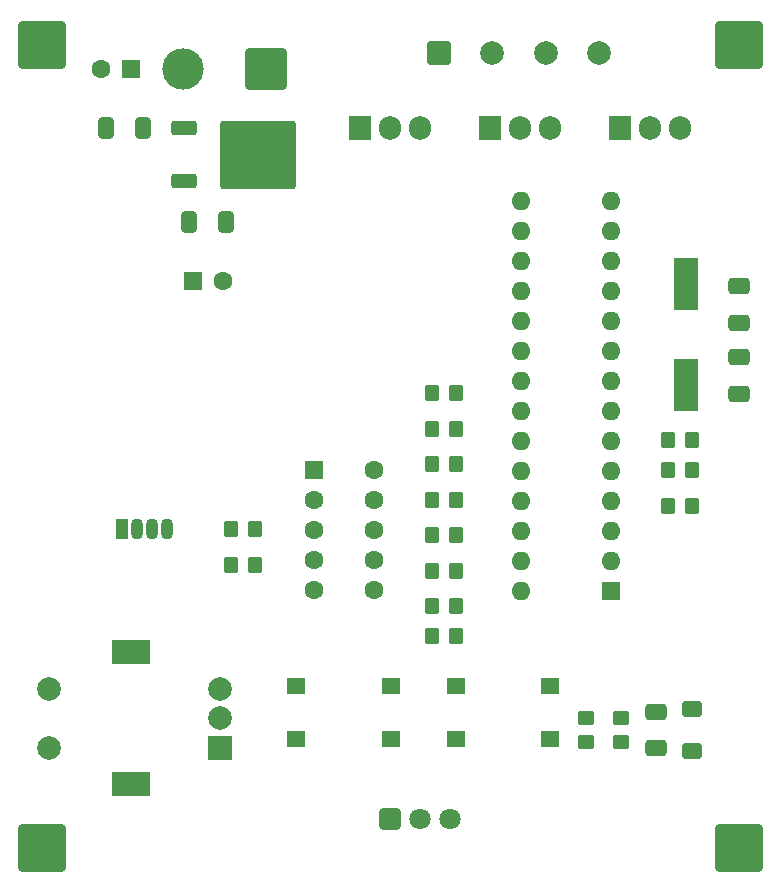
<source format=gbr>
%TF.GenerationSoftware,KiCad,Pcbnew,8.0.6*%
%TF.CreationDate,2025-02-24T13:58:07+01:00*%
%TF.ProjectId,DLA OCBEGO,444c4120-4f43-4424-9547-4f2e6b696361,rev?*%
%TF.SameCoordinates,Original*%
%TF.FileFunction,Soldermask,Top*%
%TF.FilePolarity,Negative*%
%FSLAX46Y46*%
G04 Gerber Fmt 4.6, Leading zero omitted, Abs format (unit mm)*
G04 Created by KiCad (PCBNEW 8.0.6) date 2025-02-24 13:58:07*
%MOMM*%
%LPD*%
G01*
G04 APERTURE LIST*
G04 Aperture macros list*
%AMRoundRect*
0 Rectangle with rounded corners*
0 $1 Rounding radius*
0 $2 $3 $4 $5 $6 $7 $8 $9 X,Y pos of 4 corners*
0 Add a 4 corners polygon primitive as box body*
4,1,4,$2,$3,$4,$5,$6,$7,$8,$9,$2,$3,0*
0 Add four circle primitives for the rounded corners*
1,1,$1+$1,$2,$3*
1,1,$1+$1,$4,$5*
1,1,$1+$1,$6,$7*
1,1,$1+$1,$8,$9*
0 Add four rect primitives between the rounded corners*
20,1,$1+$1,$2,$3,$4,$5,0*
20,1,$1+$1,$4,$5,$6,$7,0*
20,1,$1+$1,$6,$7,$8,$9,0*
20,1,$1+$1,$8,$9,$2,$3,0*%
G04 Aperture macros list end*
%ADD10RoundRect,0.250000X-1.750000X-1.750000X1.750000X-1.750000X1.750000X1.750000X-1.750000X1.750000X0*%
%ADD11RoundRect,0.250000X-0.350000X-0.450000X0.350000X-0.450000X0.350000X0.450000X-0.350000X0.450000X0*%
%ADD12R,1.905000X2.000000*%
%ADD13O,1.905000X2.000000*%
%ADD14R,2.000000X2.000000*%
%ADD15C,2.000000*%
%ADD16R,3.200000X2.000000*%
%ADD17R,2.000000X4.500000*%
%ADD18R,1.600000X1.400000*%
%ADD19RoundRect,0.250000X-0.750000X-0.750000X0.750000X-0.750000X0.750000X0.750000X-0.750000X0.750000X0*%
%ADD20RoundRect,0.250000X0.450000X-0.350000X0.450000X0.350000X-0.450000X0.350000X-0.450000X-0.350000X0*%
%ADD21RoundRect,0.250000X0.350000X0.450000X-0.350000X0.450000X-0.350000X-0.450000X0.350000X-0.450000X0*%
%ADD22R,1.600000X1.600000*%
%ADD23C,1.600000*%
%ADD24RoundRect,0.250000X-0.650000X0.412500X-0.650000X-0.412500X0.650000X-0.412500X0.650000X0.412500X0*%
%ADD25O,1.600000X1.600000*%
%ADD26RoundRect,0.250000X0.412500X0.650000X-0.412500X0.650000X-0.412500X-0.650000X0.412500X-0.650000X0*%
%ADD27RoundRect,0.250000X-0.850000X-0.350000X0.850000X-0.350000X0.850000X0.350000X-0.850000X0.350000X0*%
%ADD28RoundRect,0.249997X-2.950003X-2.650003X2.950003X-2.650003X2.950003X2.650003X-2.950003X2.650003X0*%
%ADD29RoundRect,0.250000X0.650000X-0.412500X0.650000X0.412500X-0.650000X0.412500X-0.650000X-0.412500X0*%
%ADD30RoundRect,0.250200X-0.649800X-0.649800X0.649800X-0.649800X0.649800X0.649800X-0.649800X0.649800X0*%
%ADD31C,1.800000*%
%ADD32RoundRect,0.250002X1.499998X1.499998X-1.499998X1.499998X-1.499998X-1.499998X1.499998X-1.499998X0*%
%ADD33C,3.500000*%
%ADD34RoundRect,0.250000X-0.412500X-0.650000X0.412500X-0.650000X0.412500X0.650000X-0.412500X0.650000X0*%
%ADD35RoundRect,0.250000X-0.600000X0.400000X-0.600000X-0.400000X0.600000X-0.400000X0.600000X0.400000X0*%
%ADD36R,1.070000X1.800000*%
%ADD37O,1.070000X1.800000*%
G04 APERTURE END LIST*
D10*
%TO.C,J6*%
X135000000Y-133000000D03*
%TD*%
%TO.C,J5*%
X76000000Y-133000000D03*
%TD*%
%TO.C,J4*%
X135000000Y-65000000D03*
%TD*%
%TO.C,J3*%
X76000000Y-65000000D03*
%TD*%
D11*
%TO.C,R7*%
X109000000Y-100500000D03*
X111000000Y-100500000D03*
%TD*%
D12*
%TO.C,Q1*%
X102920000Y-72000000D03*
D13*
X105460000Y-72000000D03*
X108000000Y-72000000D03*
%TD*%
D14*
%TO.C,SW1*%
X91030977Y-124500000D03*
D15*
X91030977Y-119500000D03*
X91030977Y-122000000D03*
D16*
X83530977Y-127600000D03*
X83530977Y-116400000D03*
D15*
X76530977Y-119500000D03*
X76530977Y-124500000D03*
%TD*%
D17*
%TO.C,Y1*%
X130500000Y-85250000D03*
X130500000Y-93750000D03*
%TD*%
D18*
%TO.C,SW3*%
X111000000Y-119250000D03*
X119000000Y-119250000D03*
X111000000Y-123750000D03*
X119000000Y-123750000D03*
%TD*%
D19*
%TO.C,J2*%
X109620761Y-65681049D03*
D15*
X114120761Y-65681049D03*
X118620761Y-65681049D03*
X123120761Y-65681049D03*
%TD*%
D11*
%TO.C,R10*%
X109000000Y-109500000D03*
X111000000Y-109500000D03*
%TD*%
D20*
%TO.C,R13*%
X125000000Y-124000000D03*
X125000000Y-122000000D03*
%TD*%
D21*
%TO.C,R18*%
X131000000Y-101000000D03*
X129000000Y-101000000D03*
%TD*%
D20*
%TO.C,R2*%
X122000000Y-124000000D03*
X122000000Y-122000000D03*
%TD*%
D22*
%TO.C,C7*%
X88794888Y-85000000D03*
D23*
X91294888Y-85000000D03*
%TD*%
D24*
%TO.C,C6*%
X128000000Y-121437500D03*
X128000000Y-124562500D03*
%TD*%
D11*
%TO.C,R8*%
X109000000Y-103500000D03*
X111000000Y-103500000D03*
%TD*%
D22*
%TO.C,U2*%
X124120000Y-111200000D03*
D25*
X124120000Y-108660000D03*
X124120000Y-106120000D03*
X124120000Y-103580000D03*
X124120000Y-101040000D03*
X124120000Y-98500000D03*
X124120000Y-95960000D03*
X124120000Y-93420000D03*
X124120000Y-90880000D03*
X124120000Y-88340000D03*
X124120000Y-85800000D03*
X124120000Y-83260000D03*
X124120000Y-80720000D03*
X124120000Y-78180000D03*
X116500000Y-78180000D03*
X116500000Y-80720000D03*
X116500000Y-83260000D03*
X116500000Y-85800000D03*
X116500000Y-88340000D03*
X116500000Y-90880000D03*
X116500000Y-93420000D03*
X116500000Y-95960000D03*
X116500000Y-98500000D03*
X116500000Y-101040000D03*
X116500000Y-103580000D03*
X116500000Y-106120000D03*
X116500000Y-108660000D03*
X116500000Y-111200000D03*
%TD*%
D21*
%TO.C,R1*%
X94000000Y-109000000D03*
X92000000Y-109000000D03*
%TD*%
D12*
%TO.C,Q3*%
X124920000Y-72000000D03*
D13*
X127460000Y-72000000D03*
X130000000Y-72000000D03*
%TD*%
D11*
%TO.C,R12*%
X92000000Y-106000000D03*
X94000000Y-106000000D03*
%TD*%
%TO.C,R11*%
X109000000Y-112500000D03*
X111000000Y-112500000D03*
%TD*%
D26*
%TO.C,C1*%
X84562500Y-72000000D03*
X81437500Y-72000000D03*
%TD*%
D11*
%TO.C,R6*%
X109000000Y-97500000D03*
X111000000Y-97500000D03*
%TD*%
%TO.C,R4*%
X109000000Y-115000000D03*
X111000000Y-115000000D03*
%TD*%
D27*
%TO.C,U1*%
X88000000Y-72000000D03*
D28*
X94300000Y-74280000D03*
D27*
X88000000Y-76560000D03*
%TD*%
D11*
%TO.C,R9*%
X109000000Y-106500000D03*
X111000000Y-106500000D03*
%TD*%
D22*
%TO.C,C3*%
X83500000Y-67000000D03*
D23*
X81000000Y-67000000D03*
%TD*%
D29*
%TO.C,C5*%
X135000000Y-88562500D03*
X135000000Y-85437500D03*
%TD*%
D30*
%TO.C,U5*%
X105460000Y-130575000D03*
D31*
X108000000Y-130575000D03*
X110540000Y-130575000D03*
%TD*%
D11*
%TO.C,R17*%
X129000000Y-98471556D03*
X131000000Y-98471556D03*
%TD*%
D32*
%TO.C,J1*%
X94960000Y-67055000D03*
D33*
X87960000Y-67055000D03*
%TD*%
D34*
%TO.C,C2*%
X88437500Y-80000000D03*
X91562500Y-80000000D03*
%TD*%
D29*
%TO.C,C4*%
X135000000Y-94562500D03*
X135000000Y-91437500D03*
%TD*%
D11*
%TO.C,R5*%
X109000000Y-94500000D03*
X111000000Y-94500000D03*
%TD*%
D21*
%TO.C,R3*%
X131000000Y-104000000D03*
X129000000Y-104000000D03*
%TD*%
D22*
%TO.C,U4*%
X99000000Y-100982500D03*
D23*
X99000000Y-103522500D03*
X99000000Y-106062500D03*
X99000000Y-108602500D03*
X99000000Y-111142500D03*
X104080000Y-111142500D03*
X104080000Y-108602500D03*
X104080000Y-106062500D03*
X104080000Y-103522500D03*
X104080000Y-100982500D03*
%TD*%
D35*
%TO.C,D2*%
X131000000Y-121250000D03*
X131000000Y-124750000D03*
%TD*%
D36*
%TO.C,D1*%
X82730000Y-106000000D03*
D37*
X84000000Y-106000000D03*
X85270000Y-106000000D03*
X86540000Y-106000000D03*
%TD*%
D18*
%TO.C,SW2*%
X97500000Y-119250000D03*
X105500000Y-119250000D03*
X97500000Y-123750000D03*
X105500000Y-123750000D03*
%TD*%
D12*
%TO.C,Q2*%
X113920000Y-72000000D03*
D13*
X116460000Y-72000000D03*
X119000000Y-72000000D03*
%TD*%
M02*

</source>
